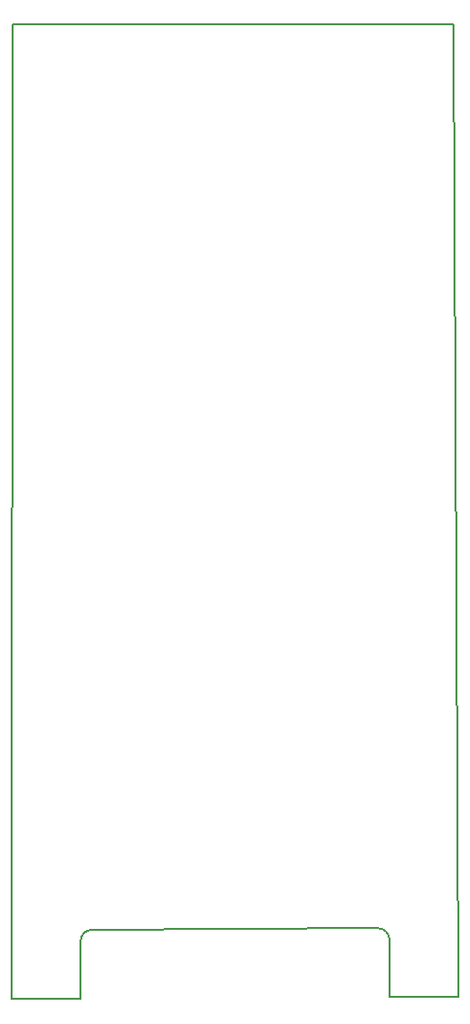
<source format=gm1>
%TF.GenerationSoftware,KiCad,Pcbnew,9.0.1*%
%TF.CreationDate,2025-05-08T23:40:52+03:00*%
%TF.ProjectId,BLDC_4,424c4443-5f34-42e6-9b69-6361645f7063,A*%
%TF.SameCoordinates,Original*%
%TF.FileFunction,Profile,NP*%
%FSLAX46Y46*%
G04 Gerber Fmt 4.6, Leading zero omitted, Abs format (unit mm)*
G04 Created by KiCad (PCBNEW 9.0.1) date 2025-05-08 23:40:52*
%MOMM*%
%LPD*%
G01*
G04 APERTURE LIST*
%TA.AperFunction,Profile*%
%ADD10C,0.150000*%
%TD*%
G04 APERTURE END LIST*
D10*
X111410000Y-164810000D02*
X117410000Y-164810000D01*
X85420000Y-158950000D02*
X110410000Y-158810000D01*
X111410000Y-159810000D02*
X111410000Y-164810000D01*
X117000000Y-80000000D02*
X117410000Y-164810000D01*
X78440000Y-164970000D02*
X78500000Y-80000000D01*
X117000000Y-80000000D02*
X78500000Y-80000000D01*
X84420000Y-159950000D02*
X84420000Y-164950000D01*
X110410000Y-158810000D02*
G75*
G02*
X111410000Y-159810000I0J-1000000D01*
G01*
X84420000Y-159950000D02*
G75*
G02*
X85420000Y-158950000I1000000J0D01*
G01*
X84420000Y-164950000D02*
X78440000Y-164970000D01*
M02*

</source>
